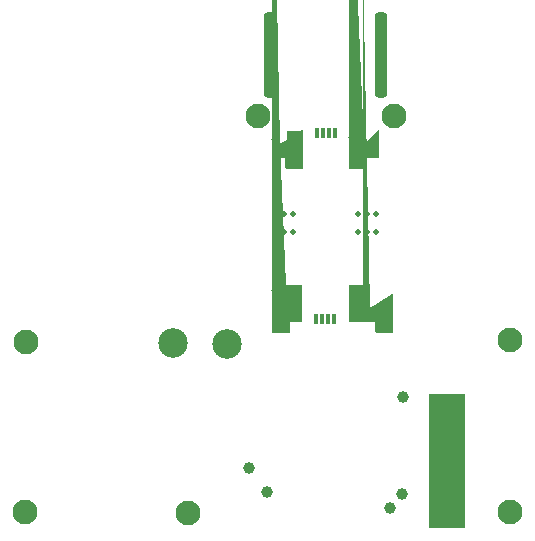
<source format=gts>
%TF.GenerationSoftware,KiCad,Pcbnew,(6.0.6-0)*%
%TF.CreationDate,2022-06-30T11:52:42+02:00*%
%TF.ProjectId,leo_headphones,6c656f5f-6865-4616-9470-686f6e65732e,rev?*%
%TF.SameCoordinates,Original*%
%TF.FileFunction,Soldermask,Top*%
%TF.FilePolarity,Negative*%
%FSLAX46Y46*%
G04 Gerber Fmt 4.6, Leading zero omitted, Abs format (unit mm)*
G04 Created by KiCad (PCBNEW (6.0.6-0)) date 2022-06-30 11:52:42*
%MOMM*%
%LPD*%
G01*
G04 APERTURE LIST*
G04 Aperture macros list*
%AMRoundRect*
0 Rectangle with rounded corners*
0 $1 Rounding radius*
0 $2 $3 $4 $5 $6 $7 $8 $9 X,Y pos of 4 corners*
0 Add a 4 corners polygon primitive as box body*
4,1,4,$2,$3,$4,$5,$6,$7,$8,$9,$2,$3,0*
0 Add four circle primitives for the rounded corners*
1,1,$1+$1,$2,$3*
1,1,$1+$1,$4,$5*
1,1,$1+$1,$6,$7*
1,1,$1+$1,$8,$9*
0 Add four rect primitives between the rounded corners*
20,1,$1+$1,$2,$3,$4,$5,0*
20,1,$1+$1,$4,$5,$6,$7,0*
20,1,$1+$1,$6,$7,$8,$9,0*
20,1,$1+$1,$8,$9,$2,$3,0*%
%AMFreePoly0*
4,1,57,1.876963,1.187756,1.892802,1.187756,1.905616,1.178446,1.920679,1.173552,1.929989,1.160739,1.942802,1.151429,1.947696,1.136366,1.957006,1.123552,1.957006,1.107713,1.961900,1.092650,1.961900,-1.992650,1.957006,-2.007713,1.957006,-2.023552,1.947696,-2.036366,1.942802,-2.051429,1.929989,-2.060739,1.920679,-2.073552,1.905616,-2.078446,1.892802,-2.087756,1.876963,-2.087756,
1.861900,-2.092650,0.541900,-2.092650,0.526837,-2.087756,0.510998,-2.087756,0.498184,-2.078446,0.483121,-2.073552,0.473811,-2.060739,0.460998,-2.051429,0.456104,-2.036366,0.446794,-2.023552,0.446794,-2.007713,0.441900,-1.992650,0.441900,-1.192650,-0.541900,-1.192650,-0.556963,-1.187756,-0.572802,-1.187756,-0.585616,-1.178446,-0.600679,-1.173552,-0.609989,-1.160739,-0.622802,-1.151429,
-0.627696,-1.136366,-0.637006,-1.123552,-0.637006,-1.107713,-0.641900,-1.092650,-0.641900,1.092650,-0.637006,1.107713,-0.637006,1.123552,-0.627696,1.136366,-0.622802,1.151429,-0.609989,1.160739,-0.600679,1.173552,-0.585616,1.178446,-0.572802,1.187756,-0.556963,1.187756,-0.541900,1.192650,1.861900,1.192650,1.876963,1.187756,1.876963,1.187756,$1*%
%AMFreePoly1*
4,1,57,1.208863,1.200006,1.224702,1.200006,1.237516,1.190696,1.252579,1.185802,1.261889,1.172989,1.274702,1.163679,1.279596,1.148616,1.288906,1.135802,1.288906,1.119963,1.293800,1.104900,1.293800,-1.110400,1.288906,-1.125463,1.288906,-1.141302,1.279596,-1.154116,1.274702,-1.169179,1.261889,-1.178489,1.252579,-1.191302,1.237516,-1.196196,1.224702,-1.205506,1.208863,-1.205506,
1.193800,-1.210400,0.260000,-1.210400,0.260000,-2.000400,0.255106,-2.015463,0.255106,-2.031302,0.245796,-2.044116,0.240902,-2.059179,0.228089,-2.068489,0.218779,-2.081302,0.203716,-2.086196,0.190902,-2.095506,0.175063,-2.095506,0.160000,-2.100400,-1.210000,-2.100400,-1.225063,-2.095506,-1.240902,-2.095506,-1.253716,-2.086196,-1.268779,-2.081302,-1.278089,-2.068489,-1.290902,-2.059179,
-1.295796,-2.044116,-1.305106,-2.031302,-1.305106,-2.015463,-1.310000,-2.000400,-1.310000,1.104900,-1.305106,1.119963,-1.305106,1.135802,-1.295796,1.148616,-1.290902,1.163679,-1.278089,1.172989,-1.268779,1.185802,-1.253716,1.190696,-1.240902,1.200006,-1.225063,1.200006,-1.210000,1.204900,1.193800,1.204900,1.208863,1.200006,1.208863,1.200006,$1*%
G04 Aperture macros list end*
%ADD10C,0.100000*%
%ADD11C,1.000000*%
%ADD12C,2.100000*%
%ADD13C,2.500000*%
%ADD14R,0.304800X0.812800*%
%ADD15FreePoly0,0.000000*%
%ADD16FreePoly1,0.000000*%
%ADD17RoundRect,0.250000X-0.250000X-3.350000X0.250000X-3.350000X0.250000X3.350000X-0.250000X3.350000X0*%
%ADD18C,0.500000*%
%ADD19R,3.048000X11.429999*%
%ADD20FreePoly0,180.000000*%
%ADD21FreePoly1,180.000000*%
G04 APERTURE END LIST*
%TO.C,J3*%
G36*
X151866982Y-91740711D02*
G01*
X150571582Y-91740711D01*
X150571582Y-88692711D01*
X151866982Y-88692711D01*
X151866982Y-91740711D01*
G37*
D10*
X151866982Y-91740711D02*
X150571582Y-91740711D01*
X150571582Y-88692711D01*
X151866982Y-88692711D01*
X151866982Y-91740711D01*
G36*
X157174818Y-91740711D02*
G01*
X155879418Y-91740711D01*
X155879418Y-88692711D01*
X157174818Y-88692711D01*
X157174818Y-91740711D01*
G37*
X157174818Y-91740711D02*
X155879418Y-91740711D01*
X155879418Y-88692711D01*
X157174818Y-88692711D01*
X157174818Y-91740711D01*
%TO.C,J2*%
G36*
X157098618Y-104753689D02*
G01*
X155803218Y-104753689D01*
X155803218Y-101705689D01*
X157098618Y-101705689D01*
X157098618Y-104753689D01*
G37*
X157098618Y-104753689D02*
X155803218Y-104753689D01*
X155803218Y-101705689D01*
X157098618Y-101705689D01*
X157098618Y-104753689D01*
G36*
X151790782Y-104753689D02*
G01*
X150495382Y-104753689D01*
X150495382Y-101705689D01*
X151790782Y-101705689D01*
X151790782Y-104753689D01*
G37*
X151790782Y-104753689D02*
X150495382Y-104753689D01*
X150495382Y-101705689D01*
X151790782Y-101705689D01*
X151790782Y-104753689D01*
%TD*%
D11*
%TO.C,U1*%
X160434147Y-111238923D03*
X160284147Y-119388923D03*
X159284147Y-120588923D03*
X148934147Y-119238923D03*
X147384147Y-117238923D03*
%TD*%
D12*
%TO.C,H1*%
X128524000Y-106527600D03*
%TD*%
%TO.C,H2*%
X128417320Y-120914160D03*
%TD*%
%TO.C,H3*%
X159613600Y-87426800D03*
%TD*%
%TO.C,H4*%
X148107400Y-87426800D03*
%TD*%
%TO.C,H7*%
X169468800Y-106426000D03*
%TD*%
%TO.C,H9*%
X169450000Y-120980000D03*
%TD*%
%TO.C,H10*%
X142199360Y-121000520D03*
%TD*%
D13*
%TO.C,TP1*%
X145530000Y-106740000D03*
%TD*%
%TO.C,TP2*%
X140950000Y-106680000D03*
%TD*%
D14*
%TO.C,J3*%
X153123200Y-88847600D03*
X153623199Y-88847600D03*
X154123200Y-88847600D03*
X154623200Y-88847600D03*
D15*
X150021300Y-89785350D03*
D16*
X157073200Y-89797600D03*
%TD*%
D17*
%TO.C,LS1*%
X149159992Y-82270600D03*
X158559992Y-82270600D03*
%TD*%
D18*
%TO.C,mouse-bite-2mm-slot*%
X158087500Y-95741200D03*
X157337500Y-95741200D03*
X156587500Y-95741200D03*
X157337500Y-97241200D03*
X158087500Y-97241200D03*
X156587500Y-97241200D03*
%TD*%
D19*
%TO.C,U2*%
X164103990Y-116602323D03*
%TD*%
D18*
%TO.C,mouse-bite-2mm-slot*%
X150351300Y-97241400D03*
X151101300Y-97241400D03*
X149601300Y-95741400D03*
X151101300Y-95741400D03*
X149601300Y-97241400D03*
X150351300Y-95741400D03*
%TD*%
D14*
%TO.C,J2*%
X154547000Y-104598800D03*
X154047001Y-104598800D03*
X153547000Y-104598800D03*
X153047000Y-104598800D03*
D20*
X157648900Y-103661050D03*
D21*
X150597000Y-103648800D03*
%TD*%
M02*

</source>
